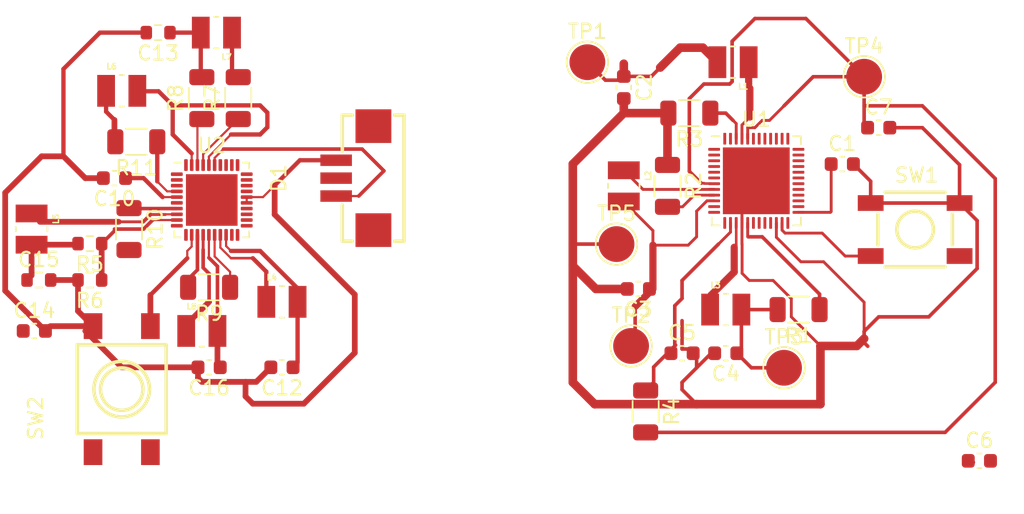
<source format=kicad_pcb>
(kicad_pcb (version 20211014) (generator pcbnew)
  (layers (0 "F.Cu" signal) (31 "B.Cu" signal) (34 "B.Paste" user) (35 "F.Paste" user) (36 "B.SilkS" user "B.Silkscreen") (37 "F.SilkS" user "F.Silkscreen") (38 "B.Mask" user) (39 "F.Mask" user) (44 "Edge.Cuts" user))
  (net 0 "")
  (net 1 "Net-(C1-Pad1)")
  (net 2 "GND")
  (net 3 "Net-(C2-Pad1)")
  (net 4 "Net-(C3-Pad1)")
  (net 5 "Net-(C4-Pad1)")
  (net 6 "Net-(L1-Pad1)")
  (net 7 "Net-(L2-Pad1)")
  (net 8 "Net-(C5-Pad1)")
  (net 42 "VCC")
  (net 43 "Net-(C10-Pad1)")
  (net 44 "+1V1")
  (net 45 "+3V3")
  (net 46 "Net-(C14-Pad1)")
  (net 47 "+2V5")
  (net 48 "Net-(U2-Pad15)")
  (net 49 "Net-(D1-Pad1)")
  (net 50 "Net-(D1-Pad2)")
  (net 51 "Net-(L3-Pad1)")
  (net 52 "Net-(L4-Pad1)")
  (net 53 "Net-(L5-Pad1)")
  (net 54 "Net-(L6-Pad1)")
  (net 55 "Net-(L7-Pad1)")
  (net 56 "Net-(U2-Pad14)")
  (net 57 "Net-(R2-Pad2)")
  (net 58 "Net-(R3-Pad1)")
  (net 59 "Net-(R5-Pad1)")
  (net 60 "Net-(SW1-Pad4)")
  (net 61 "Net-(SW2-Pad3)")
  (net 69 "Net-(C8-Pad1)")
  (net 74 "+3V0")
  (net 81 "Net-(U1-Pad17)")
  (net 82 "Net-(U2-Pad37)")
  (net 83 "Net-(U2-Pad38)")
  (net 84 "Net-(U2-Pad16)")
  (net 85 "Net-(U2-Pad7)")
  (net 86 "Net-(U2-Pad4)")
  (footprint "rlib_passive:INDC2520X120N" (layer "F.Cu") (at 116.364 90.9)
    (fp_text reference "L4" (at -0.71 -1.7) (layer "F.SilkS") (effects (font (size 0.393701 0.393701))))
    (fp_text value "2.2u")
    (pad "1" smd rect (at -1.09 0) (size 1.24 2.22) (layers "F.Cu" "F.Paste" "F.Mask") (net 52 "Net-(L4-Pad1)"))
    (pad "2" smd rect (at 1.09 0) (size 1.24 2.22) (layers "F.Cu" "F.Paste" "F.Mask") (net 44 "+1V1"))
  )
  (footprint "rlib_passive:C_0603_1608Metric" (layer "F.Cu") (at 141.224 90 180)
    (fp_text reference "C3" (at 0 -1.43) (layer "F.SilkS"))
    (fp_text value "C")
    (pad "1" smd roundrect (at -0.775 0 180) (size 0.9 0.95) (layers "F.Cu" "F.Paste" "F.Mask") (net 4 "Net-(C3-Pad1)"))
    (pad "2" smd roundrect (at 0.775 0 180) (size 0.9 0.95) (layers "F.Cu" "F.Paste" "F.Mask") (net 2 "GND"))
  )
  (footprint "rlib_passive:C_0603_1608Metric" (layer "F.Cu") (at 157.988 78.74)
    (fp_text reference "C7" (at 0 -1.43) (layer "F.SilkS"))
    (fp_text value "C")
    (pad "1" smd roundrect (at -0.775 0) (size 0.9 0.95) (layers "F.Cu" "F.Paste" "F.Mask") (net 42 "VCC"))
    (pad "2" smd roundrect (at 0.775 0) (size 0.9 0.95) (layers "F.Cu" "F.Paste" "F.Mask") (net 2 "GND"))
  )
  (footprint "rlib_passive:INDC2520X120N" (layer "F.Cu") (at 98.901 85.82 -90)
    (fp_text reference "L5" (at -0.71 -1.7 90) (layer "F.SilkS") (effects (font (size 0.393701 0.393701))))
    (fp_text value "2.2u")
    (pad "1" smd rect (at -1.09 0 270) (size 1.24 2.22) (layers "F.Cu" "F.Paste" "F.Mask") (net 53 "Net-(L5-Pad1)"))
    (pad "2" smd rect (at 1.09 0 270) (size 1.24 2.22) (layers "F.Cu" "F.Paste" "F.Mask") (net 47 "+2V5"))
  )
  (footprint "rlib_passive:INDC2520X120N" (layer "F.Cu") (at 140.208 82.804 -90)
    (fp_text reference "L2" (at -0.71 -1.7 90) (layer "F.SilkS") (effects (font (size 0.393701 0.393701))))
    (fp_text value "2.2u")
    (pad "1" smd rect (at -1.09 0 270) (size 1.24 2.22) (layers "F.Cu" "F.Paste" "F.Mask") (net 7 "Net-(L2-Pad1)"))
    (pad "2" smd rect (at 1.09 0 270) (size 1.24 2.22) (layers "F.Cu" "F.Paste" "F.Mask") (net 4 "Net-(C3-Pad1)"))
  )
  (footprint "rlib_passive:C_0603_1608Metric" (layer "F.Cu") (at 140.208 75.933 -90)
    (fp_text reference "C2" (at 0 -1.43 90) (layer "F.SilkS"))
    (fp_text value "C")
    (pad "1" smd roundrect (at -0.775 0 270) (size 0.9 0.95) (layers "F.Cu" "F.Paste" "F.Mask") (net 3 "Net-(C2-Pad1)"))
    (pad "2" smd roundrect (at 0.775 0 270) (size 0.9 0.95) (layers "F.Cu" "F.Paste" "F.Mask") (net 2 "GND"))
  )
  (footprint "rlib_passive:R_0603_1608Metric" (layer "F.Cu") (at 102.965 86.836 180)
    (fp_text reference "R5" (at 0 -1.43) (layer "F.SilkS"))
    (fp_text value "R")
    (pad "1" smd roundrect (at -0.825 0 180) (size 0.8 0.95) (layers "F.Cu" "F.Paste" "F.Mask") (net 59 "Net-(R5-Pad1)"))
    (pad "2" smd roundrect (at 0.825 0 180) (size 0.8 0.95) (layers "F.Cu" "F.Paste" "F.Mask") (net 47 "+2V5"))
  )
  (footprint "rlib_power:QFN-48-1EP_6x6mm_P0.4mm_EP4.66x4.66mm" (layer "F.Cu") (at 149.45 82.45)
    (fp_text reference "U1" (at 0 -4.3) (layer "F.SilkS"))
    (fp_text value "AXP192")
    (pad "1" smd roundrect (at -2.94 -2.2) (size 0.82 0.2) (layers "F.Cu" "F.Paste" "F.Mask"))
    (pad "2" smd roundrect (at -2.94 -1.8) (size 0.82 0.2) (layers "F.Cu" "F.Paste" "F.Mask"))
    (pad "3" smd roundrect (at -2.94 -1.4) (size 0.82 0.2) (layers "F.Cu" "F.Paste" "F.Mask"))
    (pad "4" smd roundrect (at -2.94 -1) (size 0.82 0.2) (layers "F.Cu" "F.Paste" "F.Mask"))
    (pad "5" smd roundrect (at -2.94 -0.6) (size 0.82 0.2) (layers "F.Cu" "F.Paste" "F.Mask"))
    (pad "6" smd roundrect (at -2.94 -0.2) (size 0.82 0.2) (layers "F.Cu" "F.Paste" "F.Mask"))
    (pad "7" smd roundrect (at -2.94 0.2) (size 0.82 0.2) (layers "F.Cu" "F.Paste" "F.Mask") (net 42 "VCC"))
    (pad "8" smd roundrect (at -2.94 0.6) (size 0.82 0.2) (layers "F.Cu" "F.Paste" "F.Mask") (net 7 "Net-(L2-Pad1)"))
    (pad "9" smd roundrect (at -2.94 1) (size 0.82 0.2) (layers "F.Cu" "F.Paste" "F.Mask") (net 57 "Net-(R2-Pad2)"))
    (pad "10" smd roundrect (at -2.94 1.4) (size 0.82 0.2) (layers "F.Cu" "F.Paste" "F.Mask") (net 4 "Net-(C3-Pad1)"))
    (pad "11" smd roundrect (at -2.94 1.8) (size 0.82 0.2) (layers "F.Cu" "F.Paste" "F.Mask"))
    (pad "12" smd roundrect (at -2.94 2.2) (size 0.82 0.2) (layers "F.Cu" "F.Paste" "F.Mask"))
    (pad "13" smd roundrect (at -2.2 2.94) (size 0.2 0.82) (layers "F.Cu" "F.Paste" "F.Mask"))
    (pad "14" smd roundrect (at -1.8 2.94) (size 0.2 0.82) (layers "F.Cu" "F.Paste" "F.Mask") (net 8 "Net-(C5-Pad1)"))
    (pad "15" smd roundrect (at -1.4 2.94) (size 0.2 0.82) (layers "F.Cu" "F.Paste" "F.Mask") (net 51 "Net-(L3-Pad1)"))
    (pad "16" smd roundrect (at -1 2.94) (size 0.2 0.82) (layers "F.Cu" "F.Paste" "F.Mask") (net 2 "GND"))
    (pad "17" smd roundrect (at -0.6 2.94) (size 0.2 0.82) (layers "F.Cu" "F.Paste" "F.Mask") (net 81 "Net-(U1-Pad17)"))
    (pad "18" smd roundrect (at -0.2 2.94) (size 0.2 0.82) (layers "F.Cu" "F.Paste" "F.Mask"))
    (pad "19" smd roundrect (at 0.2 2.94) (size 0.2 0.82) (layers "F.Cu" "F.Paste" "F.Mask"))
    (pad "20" smd roundrect (at 0.6 2.94) (size 0.2 0.82) (layers "F.Cu" "F.Paste" "F.Mask"))
    (pad "21" smd roundrect (at 1 2.94) (size 0.2 0.82) (layers "F.Cu" "F.Paste" "F.Mask"))
    (pad "22" smd roundrect (at 1.4 2.94) (size 0.2 0.82) (layers "F.Cu" "F.Paste" "F.Mask") (net 2 "GND"))
    (pad "23" smd roundrect (at 1.8 2.94) (size 0.2 0.82) (layers "F.Cu" "F.Paste" "F.Mask") (net 60 "Net-(SW1-Pad4)"))
    (pad "24" smd roundrect (at 2.2 2.94) (size 0.2 0.82) (layers "F.Cu" "F.Paste" "F.Mask"))
    (pad "25" smd roundrect (at 2.94 2.2) (size 0.82 0.2) (layers "F.Cu" "F.Paste" "F.Mask") (net 1 "Net-(C1-Pad1)"))
    (pad "26" smd roundrect (at 2.94 1.8) (size 0.82 0.2) (layers "F.Cu" "F.Paste" "F.Mask"))
    (pad "27" smd roundrect (at 2.94 1.4) (size 0.82 0.2) (layers "F.Cu" "F.Paste" "F.Mask"))
    (pad "28" smd roundrect (at 2.94 1) (size 0.82 0.2) (layers "F.Cu" "F.Paste" "F.Mask"))
    (pad "29" smd roundrect (at 2.94 0.6) (size 0.82 0.2) (layers "F.Cu" "F.Paste" "F.Mask"))
    (pad "30" smd roundrect (at 2.94 0.2) (size 0.82 0.2) (layers "F.Cu" "F.Paste" "F.Mask"))
    (pad "31" smd roundrect (at 2.94 -0.2) (size 0.82 0.2) (layers "F.Cu" "F.Paste" "F.Mask"))
    (pad "32" smd roundrect (at 2.94 -0.6) (size 0.82 0.2) (layers "F.Cu" "F.Paste" "F.Mask"))
    (pad "33" smd roundrect (at 2.94 -1) (size 0.82 0.2) (layers "F.Cu" "F.Paste" "F.Mask"))
    (pad "34" smd roundrect (at 2.94 -1.4) (size 0.82 0.2) (layers "F.Cu" "F.Paste" "F.Mask"))
    (pad "35" smd roundrect (at 2.94 -1.8) (size 0.82 0.2) (layers "F.Cu" "F.Paste" "F.Mask"))
    (pad "36" smd roundrect (at 2.94 -2.2) (size 0.82 0.2) (layers "F.Cu" "F.Paste" "F.Mask"))
    (pad "37" smd roundrect (at 2.2 -2.94) (size 0.2 0.82) (layers "F.Cu" "F.Paste" "F.Mask"))
    (pad "38" smd roundrect (at 1.8 -2.94) (size 0.2 0.82) (layers "F.Cu" "F.Paste" "F.Mask"))
    (pad "39" smd roundrect (at 1.4 -2.94) (size 0.2 0.82) (layers "F.Cu" "F.Paste" "F.Mask"))
    (pad "40" smd roundrect (at 1 -2.94) (size 0.2 0.82) (layers "F.Cu" "F.Paste" "F.Mask"))
    (pad "41" smd roundrect (at 0.6 -2.94) (size 0.2 0.82) (layers "F.Cu" "F.Paste" "F.Mask"))
    (pad "42" smd roundrect (at 0.2 -2.94) (size 0.2 0.82) (layers "F.Cu" "F.Paste" "F.Mask"))
    (pad "43" smd roundrect (at -0.2 -2.94) (size 0.2 0.82) (layers "F.Cu" "F.Paste" "F.Mask"))
    (pad "44" smd roundrect (at -0.6 -2.94) (size 0.2 0.82) (layers "F.Cu" "F.Paste" "F.Mask") (net 42 "VCC"))
    (pad "45" smd roundrect (at -1 -2.94) (size 0.2 0.82) (layers "F.Cu" "F.Paste" "F.Mask") (net 6 "Net-(L1-Pad1)"))
    (pad "46" smd roundrect (at -1.4 -2.94) (size 0.2 0.82) (layers "F.Cu" "F.Paste" "F.Mask") (net 58 "Net-(R3-Pad1)"))
    (pad "47" smd roundrect (at -1.8 -2.94) (size 0.2 0.82) (layers "F.Cu" "F.Paste" "F.Mask") (net 3 "Net-(C2-Pad1)"))
    (pad "48" smd roundrect (at -2.2 -2.94) (size 0.2 0.82) (layers "F.Cu" "F.Paste" "F.Mask"))
    (pad "49" smd rect (at 0 0) (size 4.66 4.66) (layers "F.Cu" "F.Mask") (net 2 "GND"))
  )
  (footprint "Resistor_SMD:R_1206_3216Metric" (layer "F.Cu") (at 111.284 89.884 180)
    (fp_text reference "R9" (at 0 -1.82) (layer "F.SilkS"))
    (fp_text value "0")
    (pad "1" smd roundrect (at -1.4625 0 180) (size 1.125 1.75) (layers "F.Cu" "F.Paste" "F.Mask") (roundrect_rratio 0.222222) (net 84 "Net-(U2-Pad16)"))
    (pad "2" smd roundrect (at 1.4625 0 180) (size 1.125 1.75) (layers "F.Cu" "F.Paste" "F.Mask") (roundrect_rratio 0.222222) (net 42 "VCC"))
  )
  (footprint "rlib_passive:INDC2520X120N" (layer "F.Cu") (at 105.188 76.168)
    (fp_text reference "L6" (at -0.71 -1.7) (layer "F.SilkS") (effects (font (size 0.393701 0.393701))))
    (fp_text value "2.2u")
    (pad "1" smd rect (at -1.09 0) (size 1.24 2.22) (layers "F.Cu" "F.Paste" "F.Mask") (net 54 "Net-(L6-Pad1)"))
    (pad "2" smd rect (at 1.09 0) (size 1.24 2.22) (layers "F.Cu" "F.Paste" "F.Mask") (net 42 "VCC"))
  )
  (footprint "rlib_passive:C_0603_1608Metric" (layer "F.Cu") (at 116.364 95.472 180)
    (fp_text reference "C12" (at 0 -1.43) (layer "F.SilkS"))
    (fp_text value "22u")
    (pad "1" smd roundrect (at -0.775 0 180) (size 0.9 0.95) (layers "F.Cu" "F.Paste" "F.Mask") (net 44 "+1V1"))
    (pad "2" smd roundrect (at 0.775 0 180) (size 0.9 0.95) (layers "F.Cu" "F.Paste" "F.Mask") (net 2 "GND"))
  )
  (footprint "TestPoint:TestPoint_Pad_D2.5mm" (layer "F.Cu") (at 140.716 93.98)
    (fp_text reference "TP2" (at 0 -2.148) (layer "F.SilkS"))
    (fp_text value "TestPoint")
    (pad "1" smd circle (at 0 0) (size 2.5 2.5) (layers "F.Cu" "F.Mask") (net 4 "Net-(C3-Pad1)"))
  )
  (footprint "TestPoint:TestPoint_Pad_D2.5mm" (layer "F.Cu") (at 139.7 86.868)
    (fp_text reference "TP5" (at 0 -2.148) (layer "F.SilkS"))
    (fp_text value "TestPoint")
    (pad "1" smd circle (at 0 0) (size 2.5 2.5) (layers "F.Cu" "F.Mask") (net 2 "GND"))
  )
  (footprint "Resistor_SMD:R_1206_3216Metric" (layer "F.Cu") (at 144.78 77.724 180)
    (fp_text reference "R3" (at 0 -1.82) (layer "F.SilkS"))
    (fp_text value "0")
    (pad "1" smd roundrect (at -1.4625 0 180) (size 1.125 1.75) (layers "F.Cu" "F.Paste" "F.Mask") (roundrect_rratio 0.222222) (net 58 "Net-(R3-Pad1)"))
    (pad "2" smd roundrect (at 1.4625 0 180) (size 1.125 1.75) (layers "F.Cu" "F.Paste" "F.Mask") (roundrect_rratio 0.222222) (net 2 "GND"))
  )
  (footprint "rlib_passive:INDC2520X120N" (layer "F.Cu") (at 110.776 92.932)
    (fp_text reference "L8" (at -0.71 -1.7) (layer "F.SilkS") (effects (font (size 0.393701 0.393701))))
    (fp_text value "2.2u")
    (pad "1" smd rect (at -1.09 0) (size 1.24 2.22) (layers "F.Cu" "F.Paste" "F.Mask") (net 56 "Net-(U2-Pad14)"))
    (pad "2" smd rect (at 1.09 0) (size 1.24 2.22) (layers "F.Cu" "F.Paste" "F.Mask") (net 48 "Net-(U2-Pad15)"))
  )
  (footprint "rlib_passive:R_0603_1608Metric" (layer "F.Cu") (at 102.965 89.376 180)
    (fp_text reference "R6" (at 0 -1.43) (layer "F.SilkS"))
    (fp_text value "R")
    (pad "1" smd roundrect (at -0.825 0 180) (size 0.8 0.95) (layers "F.Cu" "F.Paste" "F.Mask") (net 59 "Net-(R5-Pad1)"))
    (pad "2" smd roundrect (at 0.825 0 180) (size 0.8 0.95) (layers "F.Cu" "F.Paste" "F.Mask") (net 2 "GND"))
  )
  (footprint "Package_DFN_QFN:QFN-40-1EP_5x5mm_P0.4mm_EP3.6x3.6mm" (layer "F.Cu") (at 111.468 83.788)
    (fp_text reference "U2" (at 0 -3.8) (layer "F.SilkS"))
    (fp_text value "RK816")
    (pad "1" smd roundrect (at -2.4375 -1.8) (size 0.825 0.25) (layers "F.Cu" "F.Paste" "F.Mask"))
    (pad "2" smd roundrect (at -2.4375 -1.4) (size 0.825 0.25) (layers "F.Cu" "F.Paste" "F.Mask"))
    (pad "3" smd roundrect (at -2.4375 -1) (size 0.825 0.25) (layers "F.Cu" "F.Paste" "F.Mask"))
    (pad "4" smd roundrect (at -2.4375 -0.6) (size 0.825 0.25) (layers "F.Cu" "F.Paste" "F.Mask") (net 86 "Net-(U2-Pad4)"))
    (pad "5" smd roundrect (at -2.4375 -0.2) (size 0.825 0.25) (layers "F.Cu" "F.Paste" "F.Mask") (net 43 "Net-(C10-Pad1)"))
    (pad "6" smd roundrect (at -2.4375 0.2) (size 0.825 0.25) (layers "F.Cu" "F.Paste" "F.Mask") (net 46 "Net-(C14-Pad1)"))
    (pad "7" smd roundrect (at -2.4375 0.6) (size 0.825 0.25) (layers "F.Cu" "F.Paste" "F.Mask") (net 85 "Net-(U2-Pad7)"))
    (pad "8" smd roundrect (at -2.4375 1) (size 0.825 0.25) (layers "F.Cu" "F.Paste" "F.Mask") (net 53 "Net-(L5-Pad1)"))
    (pad "9" smd roundrect (at -2.4375 1.4) (size 0.825 0.25) (layers "F.Cu" "F.Paste" "F.Mask") (net 59 "Net-(R5-Pad1)"))
    (pad "10" smd roundrect (at -2.4375 1.8) (size 0.825 0.25) (layers "F.Cu" "F.Paste" "F.Mask"))
    (pad "11" smd roundrect (at -1.8 2.4375) (size 0.25 0.825) (layers "F.Cu" "F.Paste" "F.Mask"))
    (pad "12" smd roundrect (at -1.4 2.4375) (size 0.25 0.825) (layers "F.Cu" "F.Paste" "F.Mask") (net 61 "Net-(SW2-Pad3)"))
    (pad "13" smd roundrect (at -1 2.4375) (size 0.25 0.825) (layers "F.Cu" "F.Paste" "F.Mask") (net 42 "VCC"))
    (pad "14" smd roundrect (at -0.6 2.4375) (size 0.25 0.825) (layers "F.Cu" "F.Paste" "F.Mask") (net 56 "Net-(U2-Pad14)"))
    (pad "15" smd roundrect (at -0.2 2.4375) (size 0.25 0.825) (layers "F.Cu" "F.Paste" "F.Mask") (net 48 "Net-(U2-Pad15)"))
    (pad "16" smd roundrect (at 0.2 2.4375) (size 0.25 0.825) (layers "F.Cu" "F.Paste" "F.Mask") (net 84 "Net-(U2-Pad16)"))
    (pad "17" smd roundrect (at 0.6 2.4375) (size 0.25 0.825) (layers "F.Cu" "F.Paste" "F.Mask") (net 52 "Net-(L4-Pad1)"))
    (pad "18" smd roundrect (at 1 2.4375) (size 0.25 0.825) (layers "F.Cu" "F.Paste" "F.Mask") (net 44 "+1V1"))
    (pad "19" smd roundrect (at 1.4 2.4375) (size 0.25 0.825) (layers "F.Cu" "F.Paste" "F.Mask"))
    (pad "20" smd roundrect (at 1.8 2.4375) (size 0.25 0.825) (layers "F.Cu" "F.Paste" "F.Mask"))
    (pad "21" smd roundrect (at 2.4375 1.8) (size 0.825 0.25) (layers "F.Cu" "F.Paste" "F.Mask") (net 69 "Net-(C8-Pad1)"))
    (pad "22" smd roundrect (at 2.4375 1.4) (size 0.825 0.25) (layers "F.Cu" "F.Paste" "F.Mask"))
    (pad "23" smd roundrect (at 2.4375 1) (size 0.825 0.25) (layers "F.Cu" "F.Paste" "F.Mask"))
    (pad "24" smd roundrect (at 2.4375 0.6) (size 0.825 0.25) (layers "F.Cu" "F.Paste" "F.Mask"))
    (pad "25" smd roundrect (at 2.4375 0.2) (size 0.825 0.25) (layers "F.Cu" "F.Paste" "F.Mask") (net 2 "GND"))
    (pad "26" smd roundrect (at 2.4375 -0.2) (size 0.825 0.25) (layers "F.Cu" "F.Paste" "F.Mask") (net 2 "GND"))
    (pad "27" smd roundrect (at 2.4375 -0.6) (size 0.825 0.25) (layers "F.Cu" "F.Paste" "F.Mask"))
    (pad "28" smd roundrect (at 2.4375 -1) (size 0.825 0.25) (layers "F.Cu" "F.Paste" "F.Mask") (net 74 "+3V0"))
    (pad "29" smd roundrect (at 2.4375 -1.4) (size 0.825 0.25) (layers "F.Cu" "F.Paste" "F.Mask"))
    (pad "30" smd roundrect (at 2.4375 -1.8) (size 0.825 0.25) (layers "F.Cu" "F.Paste" "F.Mask"))
    (pad "31" smd roundrect (at 1.8 -2.4375) (size 0.25 0.825) (layers "F.Cu" "F.Paste" "F.Mask"))
    (pad "32" smd roundrect (at 1.4 -2.4375) (size 0.25 0.825) (layers "F.Cu" "F.Paste" "F.Mask"))
    (pad "33" smd roundrect (at 1 -2.4375) (size 0.25 0.825) (layers "F.Cu" "F.Paste" "F.Mask"))
    (pad "34" smd roundrect (at 0.6 -2.4375) (size 0.25 0.825) (layers "F.Cu" "F.Paste" "F.Mask") (net 50 "Net-(D1-Pad2)"))
    (pad "35" smd roundrect (at 0.2 -2.4375) (size 0.25 0.825) (layers "F.Cu" "F.Paste" "F.Mask") (net 49 "Net-(D1-Pad1)"))
    (pad "36" smd roundrect (at -0.2 -2.4375) (size 0.25 0.825) (layers "F.Cu" "F.Paste" "F.Mask") (net 42 "VCC"))
    (pad "37" smd roundrect (at -0.6 -2.4375) (size 0.25 0.825) (layers "F.Cu" "F.Paste" "F.Mask") (net 82 "Net-(U2-Pad37)"))
    (pad "38" smd roundrect (at -1 -2.4375) (size 0.25 0.825) (layers "F.Cu" "F.Paste" "F.Mask") (net 83 "Net-(U2-Pad38)"))
    (pad "39" smd roundrect (at -1.4 -2.4375) (size 0.25 0.825) (layers "F.Cu" "F.Paste" "F.Mask") (net 42 "VCC"))
    (pad "40" smd roundrect (at -1.8 -2.4375) (size 0.25 0.825) (layers "F.Cu" "F.Paste" "F.Mask"))
    (pad "41" smd rect (at 0 0) (size 3.6 3.6) (layers "F.Cu" "F.Mask"))
  )
  (footprint "rlib_buttons:YTSC005A0152501B" (layer "F.Cu") (at 160.528 85.852)
    (fp_text reference "SW1" (at 0.1 -3.8) (layer "F.SilkS"))
    (fp_text value "YTSC005A0152501B")
    (pad "1" smd rect (at -3.1 -1.85) (size 1.8 1.1) (layers "F.Cu" "F.Paste" "F.Mask") (net 2 "GND"))
    (pad "2" smd rect (at 3.1 -1.85) (size 1.8 1.1) (layers "F.Cu" "F.Paste" "F.Mask") (net 2 "GND"))
    (pad "3" smd rect (at -3.1 1.85) (size 1.8 1.1) (layers "F.Cu" "F.Paste" "F.Mask") (net 60 "Net-(SW1-Pad4)"))
    (pad "4" smd rect (at 3.1 1.85) (size 1.8 1.1) (layers "F.Cu" "F.Paste" "F.Mask") (net 60 "Net-(SW1-Pad4)"))
  )
  (footprint "Resistor_SMD:R_1206_3216Metric" (layer "F.Cu") (at 105.696 85.82 -90)
    (fp_text reference "R10" (at 0 -1.82 90) (layer "F.SilkS"))
    (fp_text value "0")
    (pad "1" smd roundrect (at -1.4625 0 270) (size 1.125 1.75) (layers "F.Cu" "F.Paste" "F.Mask") (roundrect_rratio 0.222222) (net 85 "Net-(U2-Pad7)"))
    (pad "2" smd roundrect (at 1.4625 0 270) (size 1.125 1.75) (layers "F.Cu" "F.Paste" "F.Mask") (roundrect_rratio 0.222222) (net 42 "VCC"))
  )
  (footprint "rlib_passive:R_0603_1608Metric" (layer "F.Cu") (at 99.409 89.376)
    (fp_text reference "C15" (at 0 -1.43) (layer "F.SilkS"))
    (fp_text value "10u")
    (pad "1" smd roundrect (at -0.825 0) (size 0.8 0.95) (layers "F.Cu" "F.Paste" "F.Mask") (net 47 "+2V5"))
    (pad "2" smd roundrect (at 0.825 0) (size 0.8 0.95) (layers "F.Cu" "F.Paste" "F.Mask") (net 2 "GND"))
  )
  (footprint "rlib_passive:C_0603_1608Metric" (layer "F.Cu") (at 104.68 82.264 180)
    (fp_text reference "C10" (at 0 -1.43) (layer "F.SilkS"))
    (fp_text value "4.7u")
    (pad "1" smd roundrect (at -0.775 0 180) (size 0.9 0.95) (layers "F.Cu" "F.Paste" "F.Mask") (net 43 "Net-(C10-Pad1)"))
    (pad "2" smd roundrect (at 0.775 0 180) (size 0.9 0.95) (layers "F.Cu" "F.Paste" "F.Mask") (net 2 "GND"))
  )
  (footprint "rlib_passive:C_0603_1608Metric" (layer "F.Cu") (at 147.32 94.488 180)
    (fp_text reference "C4" (at 0 -1.43) (layer "F.SilkS"))
    (fp_text value "C")
    (pad "1" smd roundrect (at -0.775 0 180) (size 0.9 0.95) (layers "F.Cu" "F.Paste" "F.Mask") (net 5 "Net-(C4-Pad1)"))
    (pad "2" smd roundrect (at 0.775 0 180) (size 0.9 0.95) (layers "F.Cu" "F.Paste" "F.Mask") (net 2 "GND"))
  )
  (footprint "rlib_passive:C_0603_1608Metric" (layer "F.Cu") (at 111.284 95.472 180)
    (fp_text reference "C16" (at 0 -1.43) (layer "F.SilkS"))
    (fp_text value "22u")
    (pad "1" smd roundrect (at -0.775 0 180) (size 0.9 0.95) (layers "F.Cu" "F.Paste" "F.Mask") (net 48 "Net-(U2-Pad15)"))
    (pad "2" smd roundrect (at 0.775 0 180) (size 0.9 0.95) (layers "F.Cu" "F.Paste" "F.Mask") (net 2 "GND"))
  )
  (footprint "Resistor_SMD:R_1206_3216Metric" (layer "F.Cu") (at 106.204 79.724 180)
    (fp_text reference "R11" (at 0 -1.82) (layer "F.SilkS"))
    (fp_text value "0")
    (pad "1" smd roundrect (at -1.4625 0 180) (size 1.125 1.75) (layers "F.Cu" "F.Paste" "F.Mask") (roundrect_rratio 0.222222) (net 86 "Net-(U2-Pad4)"))
    (pad "2" smd roundrect (at 1.4625 0 180) (size 1.125 1.75) (layers "F.Cu" "F.Paste" "F.Mask") (roundrect_rratio 0.222222) (net 54 "Net-(L6-Pad1)"))
  )
  (footprint "rlib_passive:C_0603_1608Metric" (layer "F.Cu") (at 165.01 102)
    (fp_text reference "C6" (at 0 -1.43) (layer "F.SilkS"))
    (fp_text value "C")
    (pad "1" smd roundrect (at -0.775 0) (size 0.9 0.95) (layers "F.Cu" "F.Paste" "F.Mask") (net 42 "VCC"))
    (pad "2" smd roundrect (at 0.775 0) (size 0.9 0.95) (layers "F.Cu" "F.Paste" "F.Mask") (net 2 "GND"))
  )
  (footprint "rlib_connectors:CONN-SMD_HC-1.25-3PWT" (layer "F.Cu") (at 121.444 82.264 90)
    (fp_text reference "D1" (at 0 -5.3 90) (layer "F.SilkS"))
    (fp_text value "HCTL HC-1.25-3PWT")
    (pad "1" smd rect (at -1.25 -1.3 90) (size 0.8 2.2) (layers "F.Cu" "F.Paste" "F.Mask") (net 49 "Net-(D1-Pad1)"))
    (pad "2" smd rect (at 0 -1.3 90) (size 0.8 2.2) (layers "F.Cu" "F.Paste" "F.Mask") (net 50 "Net-(D1-Pad2)"))
    (pad "3" smd rect (at 1.25 -1.3 90) (size 0.8 2.2) (layers "F.Cu" "F.Paste" "F.Mask") (net 2 "GND"))
    (pad "4" smd rect (at -3.63 1.3 90) (size 2.35 2.5) (layers "F.Cu" "F.Paste" "F.Mask"))
    (pad "5" smd rect (at 3.63 1.3 90) (size 2.35 2.5) (layers "F.Cu" "F.Paste" "F.Mask"))
  )
  (footprint "TestPoint:TestPoint_Pad_D2.5mm" (layer "F.Cu") (at 137.668 74.168)
    (fp_text reference "TP1" (at 0 -2.148) (layer "F.SilkS"))
    (fp_text value "TestPoint")
    (pad "1" smd circle (at 0 0) (size 2.5 2.5) (layers "F.Cu" "F.Mask") (net 3 "Net-(C2-Pad1)"))
  )
  (footprint "rlib_passive:INDC2520X120N" (layer "F.Cu") (at 147.828 74.168 180)
    (fp_text reference "L1" (at -0.71 -1.7) (layer "F.SilkS") (effects (font (size 0.393701 0.393701))))
    (fp_text value "2.2u")
    (pad "1" smd rect (at -1.09 0 180) (size 1.24 2.22) (layers "F.Cu" "F.Paste" "F.Mask") (net 6 "Net-(L1-Pad1)"))
    (pad "2" smd rect (at 1.09 0 180) (size 1.24 2.22) (layers "F.Cu" "F.Paste" "F.Mask") (net 3 "Net-(C2-Pad1)"))
  )
  (footprint "Resistor_SMD:R_1206_3216Metric" (layer "F.Cu") (at 141.732 98.552 -90)
    (fp_text reference "R4" (at 0 -1.82 90) (layer "F.SilkS"))
    (fp_text value "0")
    (pad "1" smd roundrect (at -1.4625 0 270) (size 1.125 1.75) (layers "F.Cu" "F.Paste" "F.Mask") (roundrect_rratio 0.222222) (net 8 "Net-(C5-Pad1)"))
    (pad "2" smd roundrect (at 1.4625 0 270) (size 1.125 1.75) (layers "F.Cu" "F.Paste" "F.Mask") (roundrect_rratio 0.222222) (net 42 "VCC"))
  )
  (footprint "rlib_passive:C_0603_1608Metric" (layer "F.Cu") (at 99.092 92.932)
    (fp_text reference "C14" (at 0 -1.43) (layer "F.SilkS"))
    (fp_text value "22u")
    (pad "1" smd roundrect (at -0.775 0) (size 0.9 0.95) (layers "F.Cu" "F.Paste" "F.Mask") (net 46 "Net-(C14-Pad1)"))
    (pad "2" smd roundrect (at 0.775 0) (size 0.9 0.95) (layers "F.Cu" "F.Paste" "F.Mask") (net 2 "GND"))
  )
  (footprint "Resistor_SMD:R_1206_3216Metric" (layer "F.Cu") (at 113.316 76.676 90)
    (fp_text reference "R7" (at 0 -1.82 90) (layer "F.SilkS"))
    (fp_text value "0")
    (pad "1" smd roundrect (at -1.4625 0 90) (size 1.125 1.75) (layers "F.Cu" "F.Paste" "F.Mask") (roundrect_rratio 0.222222) (net 82 "Net-(U2-Pad37)"))
    (pad "2" smd roundrect (at 1.4625 0 90) (size 1.125 1.75) (layers "F.Cu" "F.Paste" "F.Mask") (roundrect_rratio 0.222222) (net 55 "Net-(L7-Pad1)"))
  )
  (footprint "Resistor_SMD:R_1206_3216Metric" (layer "F.Cu") (at 143.256 82.804 -90)
    (fp_text reference "R2" (at 0 -1.82 90) (layer "F.SilkS"))
    (fp_text value "0")
    (pad "1" smd roundrect (at -1.4625 0 270) (size 1.125 1.75) (layers "F.Cu" "F.Paste" "F.Mask") (roundrect_rratio 0.222222) (net 2 "GND"))
    (pad "2" smd roundrect (at 1.4625 0 270) (size 1.125 1.75) (layers "F.Cu" "F.Paste" "F.Mask") (roundrect_rratio 0.222222) (net 57 "Net-(R2-Pad2)"))
  )
  (footprint "rlib_passive:R_0603_1608Metric" (layer "F.Cu") (at 107.728 72.104 180)
    (fp_text reference "C13" (at 0 -1.43) (layer "F.SilkS"))
    (fp_text value "22u")
    (pad "1" smd roundrect (at -0.825 0 180) (size 0.8 0.95) (layers "F.Cu" "F.Paste" "F.Mask") (net 45 "+3V3"))
    (pad "2" smd roundrect (at 0.825 0 180) (size 0.8 0.95) (layers "F.Cu" "F.Paste" "F.Mask") (net 2 "GND"))
  )
  (footprint "Resistor_SMD:R_1206_3216Metric" (layer "F.Cu") (at 152.4 91.44 180)
    (fp_text reference "R1" (at 0 -1.82) (layer "F.SilkS"))
    (fp_text value "0")
    (pad "1" smd roundrect (at -1.4625 0 180) (size 1.125 1.75) (layers "F.Cu" "F.Paste" "F.Mask") (roundrect_rratio 0.222222) (net 81 "Net-(U1-Pad17)"))
    (pad "2" smd roundrect (at 1.4625 0 180) (size 1.125 1.75) (layers "F.Cu" "F.Paste" "F.Mask") (roundrect_rratio 0.222222) (net 5 "Net-(C4-Pad1)"))
  )
  (footprint "rlib_passive:C_0603_1608Metric" (layer "F.Cu") (at 144.272 94.488)
    (fp_text reference "C5" (at 0 -1.43) (layer "F.SilkS"))
    (fp_text value "C")
    (pad "1" smd roundrect (at -0.775 0) (size 0.9 0.95) (layers "F.Cu" "F.Paste" "F.Mask") (net 8 "Net-(C5-Pad1)"))
    (pad "2" smd roundrect (at 0.775 0) (size 0.9 0.95) (layers "F.Cu" "F.Paste" "F.Mask") (net 2 "GND"))
  )
  (footprint "TestPoint:TestPoint_Pad_D2.5mm" (layer "F.Cu") (at 151.384 95.504)
    (fp_text reference "TP3" (at 0 -2.148) (layer "F.SilkS"))
    (fp_text value "TestPoint")
    (pad "1" smd circle (at 0 0) (size 2.5 2.5) (layers "F.Cu" "F.Mask") (net 5 "Net-(C4-Pad1)"))
  )
  (footprint "rlib_passive:INDC2520X120N" (layer "F.Cu") (at 111.792 72.104 180)
    (fp_text reference "L7" (at -0.71 -1.7) (layer "F.SilkS") (effects (font (size 0.393701 0.393701))))
    (fp_text value "2.2u")
    (pad "1" smd rect (at -1.09 0 180) (size 1.24 2.22) (layers "F.Cu" "F.Paste" "F.Mask") (net 55 "Net-(L7-Pad1)"))
    (pad "2" smd rect (at 1.09 0 180) (size 1.24 2.22) (layers "F.Cu" "F.Paste" "F.Mask") (net 45 "+3V3"))
  )
  (footprint "TestPoint:TestPoint_Pad_D2.5mm" (layer "F.Cu") (at 156.972 75.184)
    (fp_text reference "TP4" (at 0 -2.148) (layer "F.SilkS"))
    (fp_text value "TestPoint")
    (pad "1" smd circle (at 0 0) (size 2.5 2.5) (layers "F.Cu" "F.Mask") (net 42 "VCC"))
  )
  (footprint "rlib_passive:C_0603_1608Metric" (layer "F.Cu") (at 155.448 81.28)
    (fp_text reference "C1" (at 0 -1.43) (layer "F.SilkS"))
    (fp_text value "C")
    (pad "1" smd roundrect (at -0.775 0) (size 0.9 0.95) (layers "F.Cu" "F.Paste" "F.Mask") (net 1 "Net-(C1-Pad1)"))
    (pad "2" smd roundrect (at 0.775 0) (size 0.9 0.95) (layers "F.Cu" "F.Paste" "F.Mask") (net 2 "GND"))
  )
  (footprint "rlib_buttons:K2-1156SP-F5SW-05" (layer "F.Cu") (at 105.188 96.996 90)
    (fp_text reference "SW2" (at -2.032 -6 90) (layer "F.SilkS"))
    (fp_text value "K2-1156SP-F5SW-05")
    (pad "1" smd rect (at -4.4 -2 90) (size 1.8 1.3) (layers "F.Cu" "F.Paste" "F.Mask") (net 2 "GND"))
    (pad "2" smd rect (at 4.4 -2 90) (size 1.8 1.3) (layers "F.Cu" "F.Paste" "F.Mask") (net 2 "GND"))
    (pad "3" smd rect (at -4.4 2 90) (size 1.8 1.3) (layers "F.Cu" "F.Paste" "F.Mask") (net 61 "Net-(SW2-Pad3)"))
    (pad "4" smd rect (at 4.4 2 90) (size 1.8 1.3) (layers "F.Cu" "F.Paste" "F.Mask") (net 61 "Net-(SW2-Pad3)"))
  )
  (footprint "Resistor_SMD:R_1206_3216Metric" (layer "F.Cu") (at 110.776 76.676 90)
    (fp_text reference "R8" (at 0 -1.82 90) (layer "F.SilkS"))
    (fp_text value "0")
    (pad "1" smd roundrect (at -1.4625 0 90) (size 1.125 1.75) (layers "F.Cu" "F.Paste" "F.Mask") (roundrect_rratio 0.222222) (net 83 "Net-(U2-Pad38)"))
    (pad "2" smd roundrect (at 1.4625 0 90) (size 1.125 1.75) (layers "F.Cu" "F.Paste" "F.Mask") (roundrect_rratio 0.222222) (net 45 "+3V3"))
  )
  (footprint "rlib_passive:INDC2520X120N" (layer "F.Cu") (at 147.32 91.44)
    (fp_text reference "L3" (at -0.71 -1.7) (layer "F.SilkS") (effects (font (size 0.393701 0.393701))))
    (fp_text value "2.2u")
    (pad "1" smd rect (at -1.09 0) (size 1.24 2.22) (layers "F.Cu" "F.Paste" "F.Mask") (net 51 "Net-(L3-Pad1)"))
    (pad "2" smd rect (at 1.09 0) (size 1.24 2.22) (layers "F.Cu" "F.Paste" "F.Mask") (net 5 "Net-(C4-Pad1)"))
  )
  (segment (start 152.39 84.65) (end 154.618 84.65) (width 0.2) (layer "F.Cu") (net 1))
  (segment (start 154.618 84.65) (end 154.673 84.595) (width 0.2) (layer "F.Cu") (net 1))
  (segment (start 154.673 84.595) (end 154.673 81.28) (width 0.2) (layer "F.Cu") (net 1))
  (segment (start 157.428 84.002) (end 157.428 82.485) (width 0.25) (layer "F.Cu") (net 2))
  (segment (start 148.958 89.408) (end 148.46 88.91) (width 0.2) (layer "F.Cu") (net 2))
  (segment (start 144.272 92.215) (end 144.272 94.195) (width 0.25) (layer "F.Cu") (net 2))
  (segment (start 120.144 81.014) (end 117.614 81.014) (width 0.3) (layer "F.Cu") (net 2))
  (segment (start 113.824 97.504) (end 113.824 96.488) (width 0.4) (layer "F.Cu") (net 2))
  (segment (start 143.3175 77.724) (end 140.208 77.724) (width 0.25) (layer "F.Cu") (net 2))
  (segment (start 101.124 74.644) (end 101.124 80.74) (width 0.3) (layer "F.Cu") (net 2))
  (segment (start 103.664 72.104) (end 101.124 74.644) (width 0.3) (layer "F.Cu") (net 2))
  (segment (start 115.856 82.772) (end 115.04 83.588) (width 0.15) (layer "F.Cu") (net 2))
  (segment (start 115.589 95.472) (end 114.573 96.488) (width 0.4) (layer "F.Cu") (net 2))
  (segment (start 157.988 91.948) (end 156.972 92.964) (width 0.25) (layer "F.Cu") (net 2))
  (segment (start 153.924 98.044) (end 153.924 93.98) (width 0.6) (layer "F.Cu") (net 2))
  (segment (start 114.573 96.488) (end 113.824 96.488) (width 0.4) (layer "F.Cu") (net 2))
  (segment (start 148.45 83.45) (end 149.45 82.45) (width 0.2) (layer "F.Cu") (net 2))
  (segment (start 115.856 84.804) (end 121.444 90.392) (width 0.4) (layer "F.Cu") (net 2))
  (segment (start 156.972 93.472) (end 156.972 93.747) (width 0.25) (layer "F.Cu") (net 2))
  (segment (start 121.444 90.392) (end 121.444 94.456) (width 0.4) (layer "F.Cu") (net 2))
  (segment (start 154.142 88.102) (end 152.560314 88.102) (width 0.2) (layer "F.Cu") (net 2))
  (segment (start 145.288 94.733183) (end 145.288 95.504) (width 0.25) (layer "F.Cu") (net 2))
  (segment (start 144.272 96.52) (end 144.272 97.028) (width 0.25) (layer "F.Cu") (net 2))
  (segment (start 156.464 93.98) (end 156.972 93.472) (width 0.6) (layer "F.Cu") (net 2))
  (segment (start 157.428 82.485) (end 156.223 81.28) (width 0.25) (layer "F.Cu") (net 2))
  (segment (start 97.06 90.125) (end 99.867 92.932) (width 0.4) (layer "F.Cu") (net 2))
  (segment (start 150.85 86.391686) (end 150.85 85.39) (width 0.2) (layer "F.Cu") (net 2))
  (segment (start 163.628 84.002) (end 164.853 85.227) (width 0.25) (layer "F.Cu") (net 2))
  (segment (start 114.332 98.012) (end 113.824 97.504) (width 0.4) (layer "F.Cu") (net 2))
  (segment (start 151.892 90.679183) (end 150.620817 89.408) (width 0.2) (layer "F.Cu") (net 2))
  (segment (start 146.304 94.488) (end 145.288 95.504) (width 0.25) (layer "F.Cu") (net 2))
  (segment (start 97.06 83.28) (end 97.06 90.125) (width 0.4) (layer "F.Cu") (net 2))
  (segment (start 102.648 82.264) (end 103.905 82.264) (width 0.4) (layer "F.Cu") (net 2))
  (segment (start 161.482 91.948) (end 157.988 91.948) (width 0.25) (layer "F.Cu") (net 2))
  (segment (start 140.208 77.724) (end 140.208 76.708) (width 0.6) (layer "F.Cu") (net 2))
  (segment (start 117.614 81.014) (end 115.856 82.772) (width 0.3) (layer "F.Cu") (net 2))
  (segment (start 115.856 82.772) (end 115.856 84.804) (width 0.4) (layer "F.Cu") (net 2))
  (segment (start 101.124 80.74) (end 102.648 82.264) (width 0.4) (layer "F.Cu") (net 2))
  (segment (start 110.509 96.221) (end 110.509 95.472) (width 0.4) (layer "F.Cu") (net 2))
  (segment (start 102.14 89.376) (end 102.14 91.548) (width 0.4) (layer "F.Cu") (net 2))
  (segment (start 99.6 80.74) (end 97.06 83.28) (width 0.4) (layer "F.Cu") (net 2))
  (segment (start 144.749817 94.195) (end 145.288 94.733183) (width 0.25) (layer "F.Cu") (net 2))
  (segment (start 115.04 83.588) (end 113.9055 83.588) (width 0.15) (layer "F.Cu") (net 2))
  (segment (start 144.272 94.195) (end 144.749817 94.195) (width 0.25) (layer "F.Cu") (net 2))
  (segment (start 164.853 88.577) (end 161.482 91.948) (width 0.25) (layer "F.Cu") (net 2))
  (segment (start 121.444 94.456) (end 117.888 98.012) (width 0.4) (layer "F.Cu") (net 2))
  (segment (start 145.288 98.044) (end 138.176 98.044) (width 0.6) (layer "F.Cu") (net 2))
  (segment (start 148.45 86.852182) (end 148.45 85.39) (width 0.2) (layer "F.Cu") (net 2))
  (segment (start 156.972 90.932) (end 154.142 88.102) (width 0.2) (layer "F.Cu") (net 2))
  (segment (start 140.208 76.708) (end 140.0745 76.5745) (width 0.6) (layer "F.Cu") (net 2))
  (segment (start 153.924 93.98) (end 156.464 93.98) (width 0.6) (layer "F.Cu") (net 2))
  (segment (start 105.188 95.472) (end 102.648 92.932) (width 0.4) (layer "F.Cu") (net 2))
  (segment (start 153.416 93.472) (end 151.892 91.948) (width 0.2) (layer "F.Cu") (net 2))
  (segment (start 113.9055 83.588) (end 113.9055 83.988) (width 0.15) (layer "F.Cu") (net 2))
  (segment (start 139.7 86.868) (end 136.652 86.868) (width 0.25) (layer "F.Cu") (net 2))
  (segment (start 148.46 86.862182) (end 148.45 86.852182) (width 0.2) (layer "F.Cu") (net 2))
  (segment (start 110.776 96.488) (end 110.509 96.221) (width 0.4) (layer "F.Cu") (net 2))
  (segment (start 110.509 95.472) (end 105.188 95.472) (width 0.4) (layer "F.Cu") (net 2))
  (segment (start 148.45 85.39) (end 148.45 83.45) (width 0.2) (layer "F.Cu") (net 2))
  (segment (start 156.972 93.747) (end 157.225 94) (width 0.25) (layer "F.Cu") (net 2))
  (segment (start 150.620817 89.408) (end 148.958 89.408) (width 0.2) (layer "F.Cu") (net 2))
  (segment (start 101.124 80.74) (end 99.6 80.74) (width 0.4) (layer "F.Cu") (net 2))
  (segment (start 164.853 85.227) (end 164.853 88.577) (width 0.25) (layer "F.Cu") (net 2))
  (segment (start 143.256 77.724) (end 140.208 77.724) (width 0.6) (layer "F.Cu") (net 2))
  (segment (start 136.652 96.52) (end 136.652 88.392) (width 0.6) (layer "F.Cu") (net 2))
  (segment (start 140.208 77.724) (end 136.652 81.28) (width 0.6) (layer "F.Cu") (net 2))
  (segment (start 100.203 92.596) (end 103.188 92.596) (width 0.4) (layer "F.Cu") (net 2))
  (segment (start 138.176 98.044) (end 136.652 96.52) (width 0.6) (layer "F.Cu") (net 2))
  (segment (start 158.763 78.74) (end 161.036 78.74) (width 0.25) (layer "F.Cu") (net 2))
  (segment (start 113.824 96.488) (end 110.776 96.488) (width 0.4) (layer "F.Cu") (net 2))
  (segment (start 157.428 84.002) (end 163.628 84.002) (width 0.25) (layer "F.Cu") (net 2))
  (segment (start 161.036 78.74) (end 163.628 81.332) (width 0.25) (layer "F.Cu") (net 2))
  (segment (start 140.449 90) (end 138.26 90) (width 0.6) (layer "F.Cu") (net 2))
  (segment (start 102.14 91.548) (end 103.188 92.596) (width 0.4) (layer "F.Cu") (net 2))
  (segment (start 117.888 98.012) (end 114.332 98.012) (width 0.4) (layer "F.Cu") (net 2))
  (segment (start 163.628 81.332) (end 163.628 84.002) (width 0.25) (layer "F.Cu") (net 2))
  (segment (start 136.652 88.392) (end 136.652 86.868) (width 0.6) (layer "F.Cu") (net 2))
  (segment (start 138.26 90) (end 136.652 88.392) (width 0.6) (layer "F.Cu") (net 2))
  (segment (start 151.892 91.948) (end 151.892 90.679183) (width 0.2) (layer "F.Cu") (net 2))
  (segment (start 143.256 81.3415) (end 143.256 77.724) (width 0.6) (layer "F.Cu") (net 2))
  (segment (start 106.903 72.104) (end 103.664 72.104) (width 0.3) (layer "F.Cu") (net 2))
  (segment (start 100.234 89.376) (end 102.14 89.376) (width 0.4) (layer "F.Cu") (net 2))
  (segment (start 148.46 88.91) (end 148.46 86.862182) (width 0.2) (layer "F.Cu") (net 2))
  (segment (start 136.652 81.28) (end 136.652 86.868) (width 0.6) (layer "F.Cu") (net 2))
  (segment (start 153.924 93.98) (end 153.416 93.472) (width 0.2) (layer "F.Cu") (net 2))
  (segment (start 144.272 97.028) (end 145.288 98.044) (width 0.25) (layer "F.Cu") (net 2))
  (segment (start 156.972 93.472) (end 156.972 90.932) (width 0.2) (layer "F.Cu") (net 2))
  (segment (start 102.648 92.233) (end 102.648 92.932) (width 0.15) (layer "F.Cu") (net 2))
  (segment (start 146.545 94.488) (end 146.304 94.488) (width 0.25) (layer "F.Cu") (net 2))
  (segment (start 152.560314 88.102) (end 150.85 86.391686) (width 0.2) (layer "F.Cu") (net 2))
  (segment (start 156.972 92.964) (end 156.972 93.472) (width 0.25) (layer "F.Cu") (net 2))
  (segment (start 145.288 98.044) (end 153.924 98.044) (width 0.6) (layer "F.Cu") (net 2))
  (segment (start 145.288 95.504) (end 144.272 96.52) (width 0.25) (layer "F.Cu") (net 2))
  (segment (start 99.867 92.932) (end 100.203 92.596) (width 0.15) (layer "F.Cu") (net 2))
  (segment (start 140.208 75.158) (end 142.1325 75.158) (width 0.25) (layer "F.Cu") (net 3))
  (segment (start 138.176 74.676) (end 138.925 75.425) (width 0.25) (layer "F.Cu") (net 3))
  (segment (start 142.748 74.5425) (end 142.93525 74.35525) (width 0.6) (layer "F.Cu") (net 3))
  (segment (start 139.941 75.425) (end 140.208 75.158) (width 0.25) (layer "F.Cu") (net 3))
  (segment (start 140.208 75.158) (end 140.208 74.2755) (width 0.6) (layer "F.Cu") (net 3))
  (segment (start 142.93525 74.35525) (end 144.1385 73.152) (width 0.6) (layer "F.Cu") (net 3))
  (segment (start 138.925 75.425) (end 139.941 75.425) (width 0.25) (layer "F.Cu") (net 3))
  (segment (start 142.1325 75.158) (end 142.93525 74.35525) (width 0.25) (layer "F.Cu") (net 3))
  (segment (start 145.722 73.152) (end 146.738 74.168) (width 0.6) (layer "F.Cu") (net 3))
  (segment (start 144.1385 73.152) (end 145.722 73.152) (width 0.6) (layer "F.Cu") (net 3))
  (segment (start 142.24 86.942) (end 144.702 86.942) (width 0.2) (layer "F.Cu") (net 4))
  (segment (start 142.24 86.942) (end 142.24 89.985) (width 0.5) (layer "F.Cu") (net 4))
  (segment (start 142.24 89.985) (end 141 91.225) (width 0.5) (layer "F.Cu") (net 4))
  (segment (start 146.005025 83.85) (end 146.51 83.85) (width 0.2) (layer "F.Cu") (net 4))
  (segment (start 145.288 86.356) (end 145.288 84.567025) (width 0.2) (layer "F.Cu") (net 4))
  (segment (start 145.288 84.567025) (end 146.005025 83.85) (width 0.2) (layer "F.Cu") (net 4))
  (segment (start 140.208 83.894) (end 142.24 85.926) (width 0.2) (layer "F.Cu") (net 4))
  (segment (start 144.702 86.942) (end 145.288 86.356) (width 0.2) (layer "F.Cu") (net 4))
  (segment (start 141 93) (end 141 91.225) (width 0.25) (layer "F.Cu") (net 4))
  (segment (start 142.24 85.926) (end 142.24 86.942) (width 0.2) (layer "F.Cu") (net 4))
  (segment (start 148.095 94.488) (end 148.41 94.173) (width 0.25) (layer "F.Cu") (net 5))
  (segment (start 148.41 94.173) (end 148.41 91.44) (width 0.25) (layer "F.Cu") (net 5))
  (segment (start 150.9375 91.44) (end 148.41 91.44) (width 0.25) (layer "F.Cu") (net 5))
  (segment (start 149.111 95.504) (end 148.095 94.488) (width 0.25) (layer "F.Cu") (net 5))
  (segment (start 151.384 95.504) (end 149.111 95.504) (width 0.25) (layer "F.Cu") (net 5))
  (segment (start 148.918 75.918) (end 148.918 74.168) (width 0.5) (layer "F.Cu") (net 6))
  (segment (start 149 76) (end 148.918 75.918) (width 0.5) (layer "F.Cu") (net 6))
  (segment (start 149 76) (end 149 78) (width 0.5) (layer "F.Cu") (net 6))
  (segment (start 148.45 79.51) (end 148.45 78.55) (width 0.2) (layer "F.Cu") (net 6))
  (segment (start 148.45 78.55) (end 149 78) (width 0.2) (layer "F.Cu") (net 6))
  (segment (start 141.544 83.05) (end 140.208 81.714) (width 0.2) (layer "F.Cu") (net 7))
  (segment (start 146.51 83.05) (end 141.544 83.05) (width 0.2) (layer "F.Cu") (net 7))
  (segment (start 143.764 93.98) (end 143.822 93.922) (width 0.25) (layer "F.Cu") (net 8))
  (segment (start 141.732 97.0895) (end 142.291 96.5305) (width 0.25) (layer "F.Cu") (net 8))
  (segment (start 142.291 95.453) (end 143.764 93.98) (width 0.25) (layer "F.Cu") (net 8))
  (segment (start 144.272 89.408) (end 146.812 86.868) (width 0.25) (layer "F.Cu") (net 8))
  (segment (start 147.65 86.03) (end 147.65 85.39) (width 0.2) (layer "F.Cu") (net 8))
  (segment (start 146.812 86.868) (end 147.65 86.03) (width 0.2) (layer "F.Cu") (net 8))
  (segment (start 143.764 91.173) (end 144.272 90.665) (width 0.25) (layer "F.Cu") (net 8))
  (segment (start 142.291 96.5305) (end 142.291 95.453) (width 0.25) (layer "F.Cu") (net 8))
  (segment (start 144.272 90.665) (end 144.272 89.408) (width 0.25) (layer "F.Cu") (net 8))
  (segment (start 143.764 93.98) (end 143.764 91.173) (width 0.25) (layer "F.Cu") (net 8))
  (segment (start 110.468 88.668) (end 110.468 86.2255) (width 0.25) (layer "F.Cu") (net 42))
  (segment (start 108.744 77.184) (end 108.744 79.216) (width 0.3) (layer "F.Cu") (net 42))
  (segment (start 109.8215 89.3145) (end 110.468 88.668) (width 0.25) (layer "F.Cu") (net 42))
  (segment (start 144.78 81.788) (end 145.607165 82.615165) (width 0.25) (layer "F.Cu") (net 42))
  (segment (start 162.6215 100.0145) (end 166.116 96.52) (width 0.25) (layer "F.Cu") (net 42))
  (segment (start 164.235 102) (end 164.484 102) (width 0.25) (layer "F.Cu") (net 42))
  (segment (start 112.808 79.216) (end 114.84 79.216) (width 0.3) (layer "F.Cu") (net 42))
  (segment (start 144.78 76.708) (end 144.78 79.248) (width 0.25) (layer "F.Cu") (net 42))
  (segment (start 106.31 76.2) (end 107.76 76.2) (width 0.3) (layer "F.Cu") (net 42))
  (segment (start 107.76 76.2) (end 108.744 77.184) (width 0.3) (layer "F.Cu") (net 42))
  (segment (start 152.908 71.12) (end 149.352 71.12) (width 0.25) (layer "F.Cu") (net 42))
  (segment (start 111.268 80.756) (end 112.808 79.216) (width 0.15) (layer "F.Cu") (net 42))
  (segment (start 108.744 79.121538) (end 108.744 79.216) (width 0.15) (layer "F.Cu") (net 42))
  (segment (start 148.85 78.74) (end 148.85 79.51) (width 0.2) (layer "F.Cu") (net 42))
  (segment (start 110.068 80.54) (end 110.068 81.3505) (width 0.15) (layer "F.Cu") (net 42))
  (segment (start 114.84 79.216) (end 115.348 78.708) (width 0.3) (layer "F.Cu") (net 42))
  (segment (start 115.348 78.708) (end 115.348 77.692) (width 0.3) (layer "F.Cu") (net 42))
  (segment (start 145.796 75.692) (end 144.78 76.708) (width 0.25) (layer "F.Cu") (net 42))
  (segment (start 111.268 81.3505) (end 111.268 80.756) (width 0.15) (layer "F.Cu") (net 42))
  (segment (start 156.972 75.184) (end 153.416 75.184) (width 0.25) (layer "F.Cu") (net 42))
  (segment (start 109.8215 89.884) (end 109.8215 89.3145) (width 0.15) (layer "F.Cu") (net 42))
  (segment (start 149.352 78.74) (end 148.85 78.74) (width 0.2) (layer "F.Cu") (net 42))
  (segment (start 149.86 78.232) (end 149.352 78.74) (width 0.2) (layer "F.Cu") (net 42))
  (segment (start 151.384 77.216) (end 150.368 78.232) (width 0.2) (layer "F.Cu") (net 42))
  (segment (start 161.036 77.216) (end 156.972 77.216) (width 0.25) (layer "F.Cu") (net 42))
  (segment (start 108.744 79.216) (end 110.068 80.54) (width 0.3) (layer "F.Cu") (net 42))
  (segment (start 166.116 82.296) (end 161.036 77.216) (width 0.25) (layer "F.Cu") (net 42))
  (segment (start 166.116 96.52) (end 166.116 82.296) (width 0.25) (layer "F.Cu") (net 42))
  (segment (start 106.278 76.168) (end 106.31 76.2) (width 0.3) (layer "F.Cu") (net 42))
  (segment (start 157.213 78.74) (end 156.972 78.499) (width 0.25) (layer "F.Cu") (net 42))
  (segment (start 153.416 75.184) (end 151.384 77.216) (width 0.25) (layer "F.Cu") (net 42))
  (segment (start 115.348 77.692) (end 114.84 77.184) (width 0.3) (layer "F.Cu") (net 42))
  (segment (start 149.352 71.12) (end 147.765 72.707) (width 0.25) (layer "F.Cu") (net 42))
  (segment (start 144.78 79.248) (end 144.78 81.788) (width 0.25) (layer "F.Cu") (net 42))
  (segment (start 141.732 100.0145) (end 162.6215 100.0145) (width 0.25) (layer "F.Cu") (net 42))
  (segment (start 147.765 72.707) (end 147.765 75.521) (width 0.25) (layer "F.Cu") (net 42))
  (segment (start 156.972 75.184) (end 152.908 71.12) (width 0.25) (layer "F.Cu") (net 42))
  (segment (start 147.594 75.692) (end 145.796 75.692) (width 0.25) (layer "F.Cu") (net 42))
  (segment (start 164.484 102) (end 164.592 102.108) (width 0.25) (layer "F.Cu") (net 42))
  (segment (start 145.796 82.615165) (end 145.820835 82.64) (width 0.18) (layer "F.Cu") (net 42))
  (segment (start 150.368 78.232) (end 149.86 78.232) (width 0.2) (layer "F.Cu") (net 42))
  (segment (start 145.607165 82.615165) (end 145.796 82.615165) (width 0.18) (layer "F.Cu") (net 42))
  (segment (start 145.820835 82.64) (end 146.304 82.64) (width 0.18) (layer "F.Cu") (net 42))
  (segment (start 156.972 78.499) (end 156.972 75.184) (width 0.25) (layer "F.Cu") (net 42))
  (segment (start 147.765 75.521) (end 147.594 75.692) (width 0.25) (layer "F.Cu") (net 42))
  (segment (start 114.84 77.184) (end 108.744 77.184) (width 0.3) (layer "F.Cu") (net 42))
  (segment (start 106.712 82.264) (end 108.036 83.588) (width 0.3) (layer "F.Cu") (net 43))
  (segment (start 108.036 83.588) (end 109.0305 83.588) (width 0.15) (layer "F.Cu") (net 43))
  (segment (start 105.455 82.264) (end 106.712 82.264) (width 0.3) (layer "F.Cu") (net 43))
  (segment (start 117.454 90.9) (end 117.454 89.958) (width 0.15) (layer "F.Cu") (net 44))
  (segment (start 117.454 89.958) (end 114.84 87.344) (width 0.3) (layer "F.Cu") (net 44))
  (segment (start 112.468 87.004) (end 112.468 86.2255) (width 0.15) (layer "F.Cu") (net 44))
  (segment (start 114.84 87.344) (end 112.808 87.344) (width 0.3) (layer "F.Cu") (net 44))
  (segment (start 112.808 87.344) (end 112.468 87.004) (width 0.15) (layer "F.Cu") (net 44))
  (segment (start 117.139 95.472) (end 117.454 95.157) (width 0.15) (layer "F.Cu") (net 44))
  (segment (start 117.454 95.157) (end 117.454 90.9) (width 0.3) (layer "F.Cu") (net 44))
  (segment (start 110.702 75.1395) (end 110.702 72.104) (width 0.3) (layer "F.Cu") (net 45))
  (segment (start 110.776 75.2135) (end 110.702 75.1395) (width 0.15) (layer "F.Cu") (net 45))
  (segment (start 108.553 72.104) (end 110.702 72.104) (width 0.3) (layer "F.Cu") (net 45))
  (segment (start 98.584 89.376) (end 98.901 89.059) (width 0.15) (layer "F.Cu") (net 47))
  (segment (start 102.066 86.91) (end 98.901 86.91) (width 0.4) (layer "F.Cu") (net 47))
  (segment (start 102.14 86.836) (end 102.066 86.91) (width 0.15) (layer "F.Cu") (net 47))
  (segment (start 98.901 89.059) (end 98.901 86.91) (width 0.4) (layer "F.Cu") (net 47))
  (segment (start 98.584 87.227) (end 98.901 86.91) (width 0.15) (layer "F.Cu") (net 47))
  (segment (start 111.866 95.279) (end 111.866 92.932) (width 0.4) (layer "F.Cu") (net 48))
  (segment (start 111.268 86.2255) (end 111.268 87.822974) (width 0.15) (layer "F.Cu") (net 48))
  (segment (start 111.268 87.822974) (end 111.866 88.420974) (width 0.25) (layer "F.Cu") (net 48))
  (segment (start 112.059 95.472) (end 111.866 95.279) (width 0.15) (layer "F.Cu") (net 48))
  (segment (start 111.866 88.420974) (end 111.866 92.932) (width 0.25) (layer "F.Cu") (net 48))
  (segment (start 111.668 80.850974) (end 112.286974 80.232) (width 0.15) (layer "F.Cu") (net 49))
  (segment (start 112.286974 80.232) (end 121.952 80.232) (width 0.25) (layer "F.Cu") (net 49))
  (segment (start 123.476 81.756) (end 121.718 83.514) (width 0.25) (layer "F.Cu") (net 49))
  (segment (start 121.952 80.232) (end 123.476 81.756) (width 0.25) (layer "F.Cu") (net 49))
  (segment (start 121.718 83.514) (end 120.144 83.514) (width 0.15) (layer "F.Cu") (net 49))
  (segment (start 111.668 81.3505) (end 111.668 80.850974) (width 0.15) (layer "F.Cu") (net 49))
  (segment (start 148 87) (end 148.05 86.95) (width 0.2) (layer "F.Cu") (net 51))
  (segment (start 146.304 91.366) (end 146.23 91.44) (width 0.5) (layer "F.Cu") (net 51))
  (segment (start 147.91 88.818) (end 146.304 90.424) (width 0.5) (layer "F.Cu") (net 51))
  (segment (start 147.91 87.09) (end 147.91 88.818) (width 0.5) (layer "F.Cu") (net 51))
  (segment (start 146.304 90.424) (end 146.304 91.366) (width 0.5) (layer "F.Cu") (net 51))
  (segment (start 148 87) (end 147.91 87.09) (width 0.25) (layer "F.Cu") (net 51))
  (segment (start 148.05 86.95) (end 148.05 85.39) (width 0.18) (layer "F.Cu") (net 51))
  (segment (start 114.332 87.852) (end 115.274 88.794) (width 0.3) (layer "F.Cu") (net 52))
  (segment (start 115.274 88.794) (end 115.274 90.9) (width 0.3) (layer "F.Cu") (net 52))
  (segment (start 112.808 87.852) (end 114.332 87.852) (width 0.18) (layer "F.Cu") (net 52))
  (segment (start 112.068 87.112) (end 112.068 86.2255) (width 0.15) (layer "F.Cu") (net 52))
  (segment (start 112.808 87.852) (end 112.068 87.112) (width 0.15) (layer "F.Cu") (net 52))
  (segment (start 107.19767 84.804) (end 106.68967 85.312) (width 0.25) (layer "F.Cu") (net 53))
  (segment (start 99.483 85.312) (end 98.901 84.73) (width 0.2) (layer "F.Cu") (net 53))
  (segment (start 108.236 84.804) (end 108.252 84.788) (width 0.15) (layer "F.Cu") (net 53))
  (segment (start 104.97467 85.312) (end 106.68967 85.312) (width 0.2) (layer "F.Cu") (net 53))
  (segment (start 108.236 84.804) (end 107.19767 84.804) (width 0.2) (layer "F.Cu") (net 53))
  (segment (start 104.97467 85.312) (end 99.483 85.312) (width 0.4) (layer "F.Cu") (net 53))
  (segment (start 106.68967 85.312) (end 106.700835 85.300835) (width 0.2) (layer "F.Cu") (net 53))
  (segment (start 108.252 84.788) (end 109.0305 84.788) (width 0.15) (layer "F.Cu") (net 53))
  (segment (start 104.098 77.618) (end 104.098 76.168) (width 0.3) (layer "F.Cu") (net 54))
  (segment (start 104.7415 79.724) (end 104.68 79.6625) (width 0.15) (layer "F.Cu") (net 54))
  (segment (start 104.68 78.2) (end 104.098 77.618) (width 0.3) (layer "F.Cu") (net 54))
  (segment (start 104.68 79.6625) (end 104.68 78.2) (width 0.4) (layer "F.Cu") (net 54))
  (segment (start 113.316 75.2135) (end 112.882 74.7795) (width 0.15) (layer "F.Cu") (net 55))
  (segment (start 112.882 74.7795) (end 112.882 72.104) (width 0.3) (layer "F.Cu") (net 55))
  (segment (start 110.868 87.252) (end 110.868 86.2255) (width 0.2) (layer "F.Cu") (net 56))
  (segment (start 109.686 92.932) (end 109.686 92.498) (width 0.15) (layer "F.Cu") (net 56))
  (segment (start 109.686 92.498) (end 111.284 90.9) (width 0.4) (layer "F.Cu") (net 56))
  (segment (start 111.284 90.9) (end 111.284 88.932) (width 0.25) (layer "F.Cu") (net 56))
  (segment (start 110.868 88.516) (end 110.868 87.252) (width 0.25) (layer "F.Cu") (net 56))
  (segment (start 111.284 88.932) (end 110.868 88.516) (width 0.25) (layer "F.Cu") (net 56))
  (segment (start 145.11925 83.45) (end 146.51 83.45) (width 0.2) (layer "F.Cu") (net 57))
  (segment (start 144.30275 84.2665) (end 145.11925 83.45) (width 0.2) (layer "F.Cu") (net 57))
  (segment (start 143.256 84.2665) (end 144.30275 84.2665) (width 0.2) (layer "F.Cu") (net 57))
  (segment (start 148.05 78.454) (end 148.05 79.51) (width 0.2) (layer "F.Cu") (net 58))
  (segment (start 147.828 78.232) (end 148.05 78.454) (width 0.2) (layer "F.Cu") (net 58))
  (segment (start 147.32 77.724) (end 147.828 78.232) (width 0.25) (layer "F.Cu") (net 58))
  (segment (start 146.2425 77.724) (end 147.32 77.724) (width 0.25) (layer "F.Cu") (net 58))
  (segment (start 106.712 85.82) (end 104.68 85.82) (width 0.25) (layer "F.Cu") (net 59))
  (segment (start 109.0305 85.188) (end 107.344 85.188) (width 0.15) (layer "F.Cu") (net 59))
  (segment (start 103.79 86.836) (end 104.68 85.946) (width 0.25) (layer "F.Cu") (net 59))
  (segment (start 103.981 87.027) (end 103.79 86.836) (width 0.15) (layer "F.Cu") (net 59))
  (segment (start 107.344 85.188) (end 106.712 85.82) (width 0.25) (layer "F.Cu") (net 59))
  (segment (start 103.79 89.376) (end 103.79 86.836) (width 0.4) (layer "F.Cu") (net 59))
  (segment (start 104.68 85.946) (end 104.68 85.82) (width 0.15) (layer "F.Cu") (net 59))
  (segment (start 151.455025 86.1) (end 151.25 85.894975) (width 0.2) (layer "F.Cu") (net 60))
  (segment (start 157.428 87.702) (end 155.647 87.702) (width 0.2) (layer "F.Cu") (net 60))
  (segment (start 155.647 87.702) (end 154.045 86.1) (width 0.2) (layer "F.Cu") (net 60))
  (segment (start 154.045 86.1) (end 151.455025 86.1) (width 0.2) (layer "F.Cu") (net 60))
  (segment (start 151.25 85.894975) (end 151.25 85.39) (width 0.2) (layer "F.Cu") (net 60))
  (segment (start 109.76 87.852) (end 107.188 90.424) (width 0.3) (layer "F.Cu") (net 61))
  (segment (start 110.068 87.036) (end 109.76 87.344) (width 0.15) (layer "F.Cu") (net 61))
  (segment (start 109.76 87.344) (end 109.76 87.852) (width 0.15) (layer "F.Cu") (net 61))
  (segment (start 107.188 90.424) (end 107.188 92.596) (width 0.4) (layer "F.Cu") (net 61))
  (segment (start 110.068 86.2255) (end 110.068 87.036) (width 0.15) (layer "F.Cu") (net 61))
  (segment (start 148.885 86.36) (end 149.86 86.36) (width 0.25) (layer "F.Cu") (net 81))
  (segment (start 149.86 86.36) (end 153.8625 90.3625) (width 0.25) (layer "F.Cu") (net 81))
  (segment (start 148.85 86.36) (end 148.85 85.39) (width 0.2) (layer "F.Cu") (net 81))
  (segment (start 153.8625 90.3625) (end 153.8625 91.44) (width 0.25) (layer "F.Cu") (net 81))
  (segment (start 110.868 81.3505) (end 110.868 80.5865) (width 0.15) (layer "F.Cu") (net 82))
  (segment (start 110.868 80.5865) (end 113.316 78.1385) (width 0.15) (layer "F.Cu") (net 82))
  (segment (start 110.468 78.4465) (end 110.776 78.1385) (width 0.15) (layer "F.Cu") (net 83))
  (segment (start 110.468 81.3505) (end 110.468 78.4465) (width 0.15) (layer "F.Cu") (net 83))
  (segment (start 112.7465 88.8065) (end 111.668 87.728) (width 0.15) (layer "F.Cu") (net 84))
  (segment (start 112.7465 89.884) (end 112.7465 88.8065) (width 0.15) (layer "F.Cu") (net 84))
  (segment (start 111.668 87.728) (end 111.668 86.2255) (width 0.15) (layer "F.Cu") (net 84))
  (segment (start 109.0305 84.388) (end 105.788 84.388) (width 0.25) (layer "F.Cu") (net 85))
  (segment (start 108.362052 83.188) (end 107.6665 82.492448) (width 0.15) (layer "F.Cu") (net 86))
  (segment (start 109.0305 83.188) (end 108.362052 83.188) (width 0.15) (layer "F.Cu") (net 86))
  (segment (start 107.6665 82.492448) (end 107.6665 79.724) (width 0.3) (layer "F.Cu") (net 86))
)
</source>
